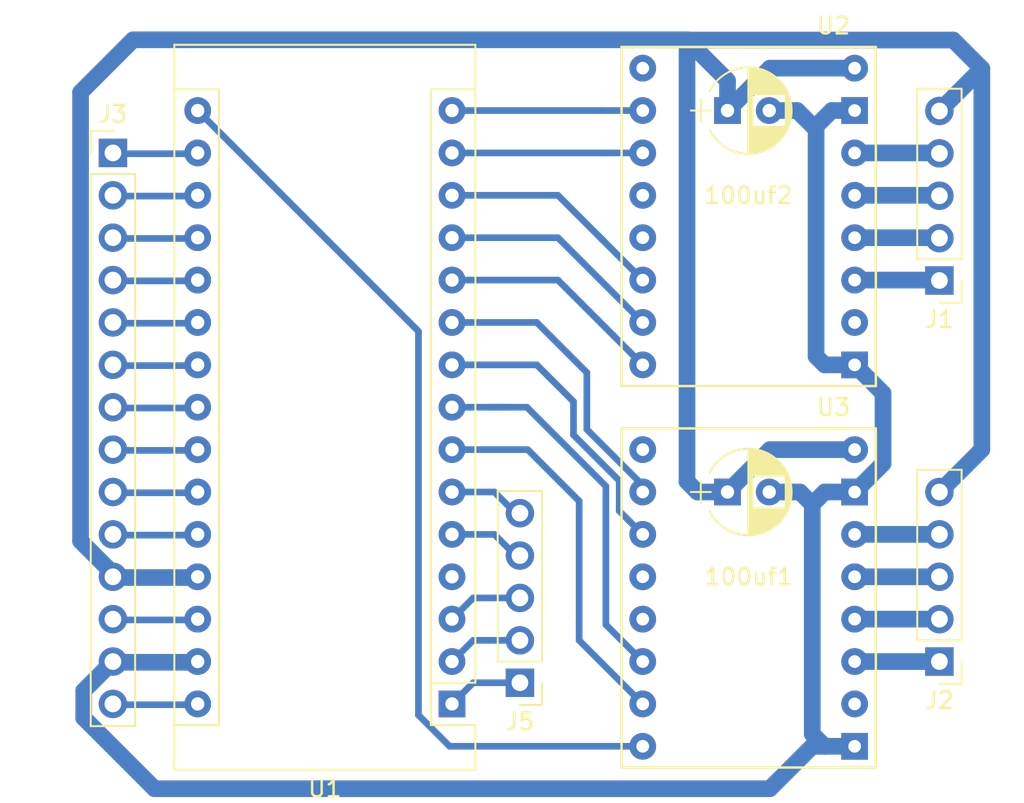
<source format=kicad_pcb>
(kicad_pcb (version 4) (host pcbnew 4.0.7)

  (general
    (links 49)
    (no_connects 3)
    (area 0 0 0 0)
    (thickness 1.6)
    (drawings 0)
    (tracks 138)
    (zones 0)
    (modules 9)
    (nets 47)
  )

  (page A4)
  (layers
    (0 F.Cu signal)
    (31 B.Cu signal)
    (32 B.Adhes user)
    (33 F.Adhes user)
    (34 B.Paste user)
    (35 F.Paste user)
    (36 B.SilkS user)
    (37 F.SilkS user)
    (38 B.Mask user)
    (39 F.Mask user)
    (40 Dwgs.User user)
    (41 Cmts.User user)
    (42 Eco1.User user)
    (43 Eco2.User user)
    (44 Edge.Cuts user)
    (45 Margin user)
    (46 B.CrtYd user)
    (47 F.CrtYd user)
    (48 B.Fab user)
    (49 F.Fab user)
  )

  (setup
    (last_trace_width 0.4)
    (user_trace_width 1)
    (trace_clearance 0.4)
    (zone_clearance 0.508)
    (zone_45_only no)
    (trace_min 0.2)
    (segment_width 0.2)
    (edge_width 0.1)
    (via_size 0.6)
    (via_drill 0.4)
    (via_min_size 0.4)
    (via_min_drill 0.3)
    (uvia_size 0.3)
    (uvia_drill 0.1)
    (uvias_allowed no)
    (uvia_min_size 0.2)
    (uvia_min_drill 0.1)
    (pcb_text_width 0.3)
    (pcb_text_size 1.5 1.5)
    (mod_edge_width 0.15)
    (mod_text_size 1 1)
    (mod_text_width 0.15)
    (pad_size 1.5 1.5)
    (pad_drill 0.6)
    (pad_to_mask_clearance 0)
    (aux_axis_origin 0 0)
    (visible_elements 7FFFFFFF)
    (pcbplotparams
      (layerselection 0x00030_80000001)
      (usegerberextensions false)
      (excludeedgelayer true)
      (linewidth 0.100000)
      (plotframeref false)
      (viasonmask false)
      (mode 1)
      (useauxorigin false)
      (hpglpennumber 1)
      (hpglpenspeed 20)
      (hpglpendiameter 15)
      (hpglpenoverlay 2)
      (psnegative false)
      (psa4output false)
      (plotreference true)
      (plotvalue true)
      (plotinvisibletext false)
      (padsonsilk false)
      (subtractmaskfromsilk false)
      (outputformat 1)
      (mirror false)
      (drillshape 1)
      (scaleselection 1)
      (outputdirectory ""))
  )

  (net 0 "")
  (net 1 /VMOT)
  (net 2 GND)
  (net 3 "Net-(J1-Pad1)")
  (net 4 "Net-(J1-Pad2)")
  (net 5 "Net-(J1-Pad3)")
  (net 6 "Net-(J1-Pad4)")
  (net 7 "Net-(J2-Pad1)")
  (net 8 "Net-(J2-Pad2)")
  (net 9 "Net-(J2-Pad3)")
  (net 10 "Net-(J2-Pad4)")
  (net 11 "Net-(U1-Pad7)")
  (net 12 "Net-(U1-Pad8)")
  (net 13 "Net-(U1-Pad9)")
  (net 14 "Net-(U1-Pad10)")
  (net 15 "Net-(U1-Pad12)")
  (net 16 "Net-(U1-Pad13)")
  (net 17 "Net-(U1-Pad14)")
  (net 18 "Net-(U1-Pad15)")
  (net 19 "Net-(U2-Pad1)")
  (net 20 "Net-(U2-Pad4)")
  (net 21 "Net-(U2-Pad5)")
  (net 22 "Net-(U2-Pad10)")
  (net 23 "Net-(U3-Pad1)")
  (net 24 "Net-(U3-Pad4)")
  (net 25 "Net-(U3-Pad5)")
  (net 26 "Net-(U3-Pad10)")
  (net 27 "Net-(J3-Pad1)")
  (net 28 "Net-(J3-Pad2)")
  (net 29 "Net-(J3-Pad3)")
  (net 30 "Net-(J5-Pad1)")
  (net 31 "Net-(J5-Pad2)")
  (net 32 "Net-(J3-Pad4)")
  (net 33 "Net-(J3-Pad5)")
  (net 34 "Net-(J3-Pad6)")
  (net 35 "Net-(J3-Pad7)")
  (net 36 "Net-(J3-Pad8)")
  (net 37 "Net-(J3-Pad9)")
  (net 38 "Net-(J3-Pad10)")
  (net 39 "Net-(J5-Pad3)")
  (net 40 "Net-(J5-Pad4)")
  (net 41 "Net-(J5-Pad5)")
  (net 42 "Net-(J3-Pad12)")
  (net 43 "Net-(J3-Pad14)")
  (net 44 "Net-(U1-Pad11)")
  (net 45 "Net-(U1-Pad16)")
  (net 46 "Net-(U1-Pad4)")

  (net_class Default "This is the default net class."
    (clearance 0.4)
    (trace_width 0.4)
    (via_dia 0.6)
    (via_drill 0.4)
    (uvia_dia 0.3)
    (uvia_drill 0.1)
    (add_net /VMOT)
    (add_net GND)
    (add_net "Net-(J1-Pad1)")
    (add_net "Net-(J1-Pad2)")
    (add_net "Net-(J1-Pad3)")
    (add_net "Net-(J1-Pad4)")
    (add_net "Net-(J2-Pad1)")
    (add_net "Net-(J2-Pad2)")
    (add_net "Net-(J2-Pad3)")
    (add_net "Net-(J2-Pad4)")
    (add_net "Net-(J3-Pad1)")
    (add_net "Net-(J3-Pad10)")
    (add_net "Net-(J3-Pad12)")
    (add_net "Net-(J3-Pad14)")
    (add_net "Net-(J3-Pad2)")
    (add_net "Net-(J3-Pad3)")
    (add_net "Net-(J3-Pad4)")
    (add_net "Net-(J3-Pad5)")
    (add_net "Net-(J3-Pad6)")
    (add_net "Net-(J3-Pad7)")
    (add_net "Net-(J3-Pad8)")
    (add_net "Net-(J3-Pad9)")
    (add_net "Net-(J5-Pad1)")
    (add_net "Net-(J5-Pad2)")
    (add_net "Net-(J5-Pad3)")
    (add_net "Net-(J5-Pad4)")
    (add_net "Net-(J5-Pad5)")
    (add_net "Net-(U1-Pad10)")
    (add_net "Net-(U1-Pad11)")
    (add_net "Net-(U1-Pad12)")
    (add_net "Net-(U1-Pad13)")
    (add_net "Net-(U1-Pad14)")
    (add_net "Net-(U1-Pad15)")
    (add_net "Net-(U1-Pad16)")
    (add_net "Net-(U1-Pad4)")
    (add_net "Net-(U1-Pad7)")
    (add_net "Net-(U1-Pad8)")
    (add_net "Net-(U1-Pad9)")
    (add_net "Net-(U2-Pad1)")
    (add_net "Net-(U2-Pad10)")
    (add_net "Net-(U2-Pad4)")
    (add_net "Net-(U2-Pad5)")
    (add_net "Net-(U3-Pad1)")
    (add_net "Net-(U3-Pad10)")
    (add_net "Net-(U3-Pad4)")
    (add_net "Net-(U3-Pad5)")
  )

  (module Modules:Arduino_Nano locked (layer F.Cu) (tedit 58ACAF70) (tstamp 5B5073F8)
    (at 48.26 64.77 180)
    (descr "Arduino Nano, http://www.mouser.com/pdfdocs/Gravitech_Arduino_Nano3_0.pdf")
    (tags "Arduino Nano")
    (path /5B3603A6)
    (fp_text reference U1 (at 7.62 -5.08 180) (layer F.SilkS)
      (effects (font (size 1 1) (thickness 0.15)))
    )
    (fp_text value ArduinoNano (at 8.89 19.05 270) (layer F.Fab)
      (effects (font (size 1 1) (thickness 0.15)))
    )
    (fp_text user %R (at 6.35 19.05 270) (layer F.Fab)
      (effects (font (size 1 1) (thickness 0.15)))
    )
    (fp_line (start 1.27 1.27) (end 1.27 -1.27) (layer F.SilkS) (width 0.12))
    (fp_line (start 1.27 -1.27) (end -1.4 -1.27) (layer F.SilkS) (width 0.12))
    (fp_line (start -1.4 1.27) (end -1.4 39.5) (layer F.SilkS) (width 0.12))
    (fp_line (start -1.4 -3.94) (end -1.4 -1.27) (layer F.SilkS) (width 0.12))
    (fp_line (start 13.97 -1.27) (end 16.64 -1.27) (layer F.SilkS) (width 0.12))
    (fp_line (start 13.97 -1.27) (end 13.97 36.83) (layer F.SilkS) (width 0.12))
    (fp_line (start 13.97 36.83) (end 16.64 36.83) (layer F.SilkS) (width 0.12))
    (fp_line (start 1.27 1.27) (end -1.4 1.27) (layer F.SilkS) (width 0.12))
    (fp_line (start 1.27 1.27) (end 1.27 36.83) (layer F.SilkS) (width 0.12))
    (fp_line (start 1.27 36.83) (end -1.4 36.83) (layer F.SilkS) (width 0.12))
    (fp_line (start 3.81 31.75) (end 11.43 31.75) (layer F.Fab) (width 0.1))
    (fp_line (start 11.43 31.75) (end 11.43 41.91) (layer F.Fab) (width 0.1))
    (fp_line (start 11.43 41.91) (end 3.81 41.91) (layer F.Fab) (width 0.1))
    (fp_line (start 3.81 41.91) (end 3.81 31.75) (layer F.Fab) (width 0.1))
    (fp_line (start -1.4 39.5) (end 16.64 39.5) (layer F.SilkS) (width 0.12))
    (fp_line (start 16.64 39.5) (end 16.64 -3.94) (layer F.SilkS) (width 0.12))
    (fp_line (start 16.64 -3.94) (end -1.4 -3.94) (layer F.SilkS) (width 0.12))
    (fp_line (start 16.51 39.37) (end -1.27 39.37) (layer F.Fab) (width 0.1))
    (fp_line (start -1.27 39.37) (end -1.27 -2.54) (layer F.Fab) (width 0.1))
    (fp_line (start -1.27 -2.54) (end 0 -3.81) (layer F.Fab) (width 0.1))
    (fp_line (start 0 -3.81) (end 16.51 -3.81) (layer F.Fab) (width 0.1))
    (fp_line (start 16.51 -3.81) (end 16.51 39.37) (layer F.Fab) (width 0.1))
    (fp_line (start -1.53 -4.06) (end 16.75 -4.06) (layer F.CrtYd) (width 0.05))
    (fp_line (start -1.53 -4.06) (end -1.53 42.16) (layer F.CrtYd) (width 0.05))
    (fp_line (start 16.75 42.16) (end 16.75 -4.06) (layer F.CrtYd) (width 0.05))
    (fp_line (start 16.75 42.16) (end -1.53 42.16) (layer F.CrtYd) (width 0.05))
    (pad 1 thru_hole rect (at 0 0 180) (size 1.6 1.6) (drill 0.8) (layers *.Cu *.Mask)
      (net 30 "Net-(J5-Pad1)"))
    (pad 17 thru_hole oval (at 15.24 33.02 180) (size 1.6 1.6) (drill 0.8) (layers *.Cu *.Mask)
      (net 27 "Net-(J3-Pad1)"))
    (pad 2 thru_hole oval (at 0 2.54 180) (size 1.6 1.6) (drill 0.8) (layers *.Cu *.Mask)
      (net 31 "Net-(J5-Pad2)"))
    (pad 18 thru_hole oval (at 15.24 30.48 180) (size 1.6 1.6) (drill 0.8) (layers *.Cu *.Mask)
      (net 28 "Net-(J3-Pad2)"))
    (pad 3 thru_hole oval (at 0 5.08 180) (size 1.6 1.6) (drill 0.8) (layers *.Cu *.Mask)
      (net 39 "Net-(J5-Pad3)"))
    (pad 19 thru_hole oval (at 15.24 27.94 180) (size 1.6 1.6) (drill 0.8) (layers *.Cu *.Mask)
      (net 29 "Net-(J3-Pad3)"))
    (pad 4 thru_hole oval (at 0 7.62 180) (size 1.6 1.6) (drill 0.8) (layers *.Cu *.Mask)
      (net 46 "Net-(U1-Pad4)"))
    (pad 20 thru_hole oval (at 15.24 25.4 180) (size 1.6 1.6) (drill 0.8) (layers *.Cu *.Mask)
      (net 32 "Net-(J3-Pad4)"))
    (pad 5 thru_hole oval (at 0 10.16 180) (size 1.6 1.6) (drill 0.8) (layers *.Cu *.Mask)
      (net 40 "Net-(J5-Pad4)"))
    (pad 21 thru_hole oval (at 15.24 22.86 180) (size 1.6 1.6) (drill 0.8) (layers *.Cu *.Mask)
      (net 33 "Net-(J3-Pad5)"))
    (pad 6 thru_hole oval (at 0 12.7 180) (size 1.6 1.6) (drill 0.8) (layers *.Cu *.Mask)
      (net 41 "Net-(J5-Pad5)"))
    (pad 22 thru_hole oval (at 15.24 20.32 180) (size 1.6 1.6) (drill 0.8) (layers *.Cu *.Mask)
      (net 34 "Net-(J3-Pad6)"))
    (pad 7 thru_hole oval (at 0 15.24 180) (size 1.6 1.6) (drill 0.8) (layers *.Cu *.Mask)
      (net 11 "Net-(U1-Pad7)"))
    (pad 23 thru_hole oval (at 15.24 17.78 180) (size 1.6 1.6) (drill 0.8) (layers *.Cu *.Mask)
      (net 35 "Net-(J3-Pad7)"))
    (pad 8 thru_hole oval (at 0 17.78 180) (size 1.6 1.6) (drill 0.8) (layers *.Cu *.Mask)
      (net 12 "Net-(U1-Pad8)"))
    (pad 24 thru_hole oval (at 15.24 15.24 180) (size 1.6 1.6) (drill 0.8) (layers *.Cu *.Mask)
      (net 36 "Net-(J3-Pad8)"))
    (pad 9 thru_hole oval (at 0 20.32 180) (size 1.6 1.6) (drill 0.8) (layers *.Cu *.Mask)
      (net 13 "Net-(U1-Pad9)"))
    (pad 25 thru_hole oval (at 15.24 12.7 180) (size 1.6 1.6) (drill 0.8) (layers *.Cu *.Mask)
      (net 37 "Net-(J3-Pad9)"))
    (pad 10 thru_hole oval (at 0 22.86 180) (size 1.6 1.6) (drill 0.8) (layers *.Cu *.Mask)
      (net 14 "Net-(U1-Pad10)"))
    (pad 26 thru_hole oval (at 15.24 10.16 180) (size 1.6 1.6) (drill 0.8) (layers *.Cu *.Mask)
      (net 38 "Net-(J3-Pad10)"))
    (pad 11 thru_hole oval (at 0 25.4 180) (size 1.6 1.6) (drill 0.8) (layers *.Cu *.Mask)
      (net 44 "Net-(U1-Pad11)"))
    (pad 27 thru_hole oval (at 15.24 7.62 180) (size 1.6 1.6) (drill 0.8) (layers *.Cu *.Mask)
      (net 1 /VMOT))
    (pad 12 thru_hole oval (at 0 27.94 180) (size 1.6 1.6) (drill 0.8) (layers *.Cu *.Mask)
      (net 15 "Net-(U1-Pad12)"))
    (pad 28 thru_hole oval (at 15.24 5.08 180) (size 1.6 1.6) (drill 0.8) (layers *.Cu *.Mask)
      (net 42 "Net-(J3-Pad12)"))
    (pad 13 thru_hole oval (at 0 30.48 180) (size 1.6 1.6) (drill 0.8) (layers *.Cu *.Mask)
      (net 16 "Net-(U1-Pad13)"))
    (pad 29 thru_hole oval (at 15.24 2.54 180) (size 1.6 1.6) (drill 0.8) (layers *.Cu *.Mask)
      (net 2 GND))
    (pad 14 thru_hole oval (at 0 33.02 180) (size 1.6 1.6) (drill 0.8) (layers *.Cu *.Mask)
      (net 17 "Net-(U1-Pad14)"))
    (pad 30 thru_hole oval (at 15.24 0 180) (size 1.6 1.6) (drill 0.8) (layers *.Cu *.Mask)
      (net 43 "Net-(J3-Pad14)"))
    (pad 15 thru_hole oval (at 0 35.56 180) (size 1.6 1.6) (drill 0.8) (layers *.Cu *.Mask)
      (net 18 "Net-(U1-Pad15)"))
    (pad 16 thru_hole oval (at 15.24 35.56 180) (size 1.6 1.6) (drill 0.8) (layers *.Cu *.Mask)
      (net 45 "Net-(U1-Pad16)"))
  )

  (module Capacitors_THT:CP_Radial_D5.0mm_P2.50mm (layer F.Cu) (tedit 597BC7C2) (tstamp 5B5072E5)
    (at 64.77 52.07)
    (descr "CP, Radial series, Radial, pin pitch=2.50mm, , diameter=5mm, Electrolytic Capacitor")
    (tags "CP Radial series Radial pin pitch 2.50mm  diameter 5mm Electrolytic Capacitor")
    (path /5B360C92)
    (fp_text reference 100uf1 (at 1.27 5.08) (layer F.SilkS)
      (effects (font (size 1 1) (thickness 0.15)))
    )
    (fp_text value CP1 (at 1.25 3.81) (layer F.Fab)
      (effects (font (size 1 1) (thickness 0.15)))
    )
    (fp_arc (start 1.25 0) (end -1.05558 -1.18) (angle 125.8) (layer F.SilkS) (width 0.12))
    (fp_arc (start 1.25 0) (end -1.05558 1.18) (angle -125.8) (layer F.SilkS) (width 0.12))
    (fp_arc (start 1.25 0) (end 3.55558 -1.18) (angle 54.2) (layer F.SilkS) (width 0.12))
    (fp_circle (center 1.25 0) (end 3.75 0) (layer F.Fab) (width 0.1))
    (fp_line (start -2.2 0) (end -1 0) (layer F.Fab) (width 0.1))
    (fp_line (start -1.6 -0.65) (end -1.6 0.65) (layer F.Fab) (width 0.1))
    (fp_line (start 1.25 -2.55) (end 1.25 2.55) (layer F.SilkS) (width 0.12))
    (fp_line (start 1.29 -2.55) (end 1.29 2.55) (layer F.SilkS) (width 0.12))
    (fp_line (start 1.33 -2.549) (end 1.33 2.549) (layer F.SilkS) (width 0.12))
    (fp_line (start 1.37 -2.548) (end 1.37 2.548) (layer F.SilkS) (width 0.12))
    (fp_line (start 1.41 -2.546) (end 1.41 2.546) (layer F.SilkS) (width 0.12))
    (fp_line (start 1.45 -2.543) (end 1.45 2.543) (layer F.SilkS) (width 0.12))
    (fp_line (start 1.49 -2.539) (end 1.49 2.539) (layer F.SilkS) (width 0.12))
    (fp_line (start 1.53 -2.535) (end 1.53 -0.98) (layer F.SilkS) (width 0.12))
    (fp_line (start 1.53 0.98) (end 1.53 2.535) (layer F.SilkS) (width 0.12))
    (fp_line (start 1.57 -2.531) (end 1.57 -0.98) (layer F.SilkS) (width 0.12))
    (fp_line (start 1.57 0.98) (end 1.57 2.531) (layer F.SilkS) (width 0.12))
    (fp_line (start 1.61 -2.525) (end 1.61 -0.98) (layer F.SilkS) (width 0.12))
    (fp_line (start 1.61 0.98) (end 1.61 2.525) (layer F.SilkS) (width 0.12))
    (fp_line (start 1.65 -2.519) (end 1.65 -0.98) (layer F.SilkS) (width 0.12))
    (fp_line (start 1.65 0.98) (end 1.65 2.519) (layer F.SilkS) (width 0.12))
    (fp_line (start 1.69 -2.513) (end 1.69 -0.98) (layer F.SilkS) (width 0.12))
    (fp_line (start 1.69 0.98) (end 1.69 2.513) (layer F.SilkS) (width 0.12))
    (fp_line (start 1.73 -2.506) (end 1.73 -0.98) (layer F.SilkS) (width 0.12))
    (fp_line (start 1.73 0.98) (end 1.73 2.506) (layer F.SilkS) (width 0.12))
    (fp_line (start 1.77 -2.498) (end 1.77 -0.98) (layer F.SilkS) (width 0.12))
    (fp_line (start 1.77 0.98) (end 1.77 2.498) (layer F.SilkS) (width 0.12))
    (fp_line (start 1.81 -2.489) (end 1.81 -0.98) (layer F.SilkS) (width 0.12))
    (fp_line (start 1.81 0.98) (end 1.81 2.489) (layer F.SilkS) (width 0.12))
    (fp_line (start 1.85 -2.48) (end 1.85 -0.98) (layer F.SilkS) (width 0.12))
    (fp_line (start 1.85 0.98) (end 1.85 2.48) (layer F.SilkS) (width 0.12))
    (fp_line (start 1.89 -2.47) (end 1.89 -0.98) (layer F.SilkS) (width 0.12))
    (fp_line (start 1.89 0.98) (end 1.89 2.47) (layer F.SilkS) (width 0.12))
    (fp_line (start 1.93 -2.46) (end 1.93 -0.98) (layer F.SilkS) (width 0.12))
    (fp_line (start 1.93 0.98) (end 1.93 2.46) (layer F.SilkS) (width 0.12))
    (fp_line (start 1.971 -2.448) (end 1.971 -0.98) (layer F.SilkS) (width 0.12))
    (fp_line (start 1.971 0.98) (end 1.971 2.448) (layer F.SilkS) (width 0.12))
    (fp_line (start 2.011 -2.436) (end 2.011 -0.98) (layer F.SilkS) (width 0.12))
    (fp_line (start 2.011 0.98) (end 2.011 2.436) (layer F.SilkS) (width 0.12))
    (fp_line (start 2.051 -2.424) (end 2.051 -0.98) (layer F.SilkS) (width 0.12))
    (fp_line (start 2.051 0.98) (end 2.051 2.424) (layer F.SilkS) (width 0.12))
    (fp_line (start 2.091 -2.41) (end 2.091 -0.98) (layer F.SilkS) (width 0.12))
    (fp_line (start 2.091 0.98) (end 2.091 2.41) (layer F.SilkS) (width 0.12))
    (fp_line (start 2.131 -2.396) (end 2.131 -0.98) (layer F.SilkS) (width 0.12))
    (fp_line (start 2.131 0.98) (end 2.131 2.396) (layer F.SilkS) (width 0.12))
    (fp_line (start 2.171 -2.382) (end 2.171 -0.98) (layer F.SilkS) (width 0.12))
    (fp_line (start 2.171 0.98) (end 2.171 2.382) (layer F.SilkS) (width 0.12))
    (fp_line (start 2.211 -2.366) (end 2.211 -0.98) (layer F.SilkS) (width 0.12))
    (fp_line (start 2.211 0.98) (end 2.211 2.366) (layer F.SilkS) (width 0.12))
    (fp_line (start 2.251 -2.35) (end 2.251 -0.98) (layer F.SilkS) (width 0.12))
    (fp_line (start 2.251 0.98) (end 2.251 2.35) (layer F.SilkS) (width 0.12))
    (fp_line (start 2.291 -2.333) (end 2.291 -0.98) (layer F.SilkS) (width 0.12))
    (fp_line (start 2.291 0.98) (end 2.291 2.333) (layer F.SilkS) (width 0.12))
    (fp_line (start 2.331 -2.315) (end 2.331 -0.98) (layer F.SilkS) (width 0.12))
    (fp_line (start 2.331 0.98) (end 2.331 2.315) (layer F.SilkS) (width 0.12))
    (fp_line (start 2.371 -2.296) (end 2.371 -0.98) (layer F.SilkS) (width 0.12))
    (fp_line (start 2.371 0.98) (end 2.371 2.296) (layer F.SilkS) (width 0.12))
    (fp_line (start 2.411 -2.276) (end 2.411 -0.98) (layer F.SilkS) (width 0.12))
    (fp_line (start 2.411 0.98) (end 2.411 2.276) (layer F.SilkS) (width 0.12))
    (fp_line (start 2.451 -2.256) (end 2.451 -0.98) (layer F.SilkS) (width 0.12))
    (fp_line (start 2.451 0.98) (end 2.451 2.256) (layer F.SilkS) (width 0.12))
    (fp_line (start 2.491 -2.234) (end 2.491 -0.98) (layer F.SilkS) (width 0.12))
    (fp_line (start 2.491 0.98) (end 2.491 2.234) (layer F.SilkS) (width 0.12))
    (fp_line (start 2.531 -2.212) (end 2.531 -0.98) (layer F.SilkS) (width 0.12))
    (fp_line (start 2.531 0.98) (end 2.531 2.212) (layer F.SilkS) (width 0.12))
    (fp_line (start 2.571 -2.189) (end 2.571 -0.98) (layer F.SilkS) (width 0.12))
    (fp_line (start 2.571 0.98) (end 2.571 2.189) (layer F.SilkS) (width 0.12))
    (fp_line (start 2.611 -2.165) (end 2.611 -0.98) (layer F.SilkS) (width 0.12))
    (fp_line (start 2.611 0.98) (end 2.611 2.165) (layer F.SilkS) (width 0.12))
    (fp_line (start 2.651 -2.14) (end 2.651 -0.98) (layer F.SilkS) (width 0.12))
    (fp_line (start 2.651 0.98) (end 2.651 2.14) (layer F.SilkS) (width 0.12))
    (fp_line (start 2.691 -2.113) (end 2.691 -0.98) (layer F.SilkS) (width 0.12))
    (fp_line (start 2.691 0.98) (end 2.691 2.113) (layer F.SilkS) (width 0.12))
    (fp_line (start 2.731 -2.086) (end 2.731 -0.98) (layer F.SilkS) (width 0.12))
    (fp_line (start 2.731 0.98) (end 2.731 2.086) (layer F.SilkS) (width 0.12))
    (fp_line (start 2.771 -2.058) (end 2.771 -0.98) (layer F.SilkS) (width 0.12))
    (fp_line (start 2.771 0.98) (end 2.771 2.058) (layer F.SilkS) (width 0.12))
    (fp_line (start 2.811 -2.028) (end 2.811 -0.98) (layer F.SilkS) (width 0.12))
    (fp_line (start 2.811 0.98) (end 2.811 2.028) (layer F.SilkS) (width 0.12))
    (fp_line (start 2.851 -1.997) (end 2.851 -0.98) (layer F.SilkS) (width 0.12))
    (fp_line (start 2.851 0.98) (end 2.851 1.997) (layer F.SilkS) (width 0.12))
    (fp_line (start 2.891 -1.965) (end 2.891 -0.98) (layer F.SilkS) (width 0.12))
    (fp_line (start 2.891 0.98) (end 2.891 1.965) (layer F.SilkS) (width 0.12))
    (fp_line (start 2.931 -1.932) (end 2.931 -0.98) (layer F.SilkS) (width 0.12))
    (fp_line (start 2.931 0.98) (end 2.931 1.932) (layer F.SilkS) (width 0.12))
    (fp_line (start 2.971 -1.897) (end 2.971 -0.98) (layer F.SilkS) (width 0.12))
    (fp_line (start 2.971 0.98) (end 2.971 1.897) (layer F.SilkS) (width 0.12))
    (fp_line (start 3.011 -1.861) (end 3.011 -0.98) (layer F.SilkS) (width 0.12))
    (fp_line (start 3.011 0.98) (end 3.011 1.861) (layer F.SilkS) (width 0.12))
    (fp_line (start 3.051 -1.823) (end 3.051 -0.98) (layer F.SilkS) (width 0.12))
    (fp_line (start 3.051 0.98) (end 3.051 1.823) (layer F.SilkS) (width 0.12))
    (fp_line (start 3.091 -1.783) (end 3.091 -0.98) (layer F.SilkS) (width 0.12))
    (fp_line (start 3.091 0.98) (end 3.091 1.783) (layer F.SilkS) (width 0.12))
    (fp_line (start 3.131 -1.742) (end 3.131 -0.98) (layer F.SilkS) (width 0.12))
    (fp_line (start 3.131 0.98) (end 3.131 1.742) (layer F.SilkS) (width 0.12))
    (fp_line (start 3.171 -1.699) (end 3.171 -0.98) (layer F.SilkS) (width 0.12))
    (fp_line (start 3.171 0.98) (end 3.171 1.699) (layer F.SilkS) (width 0.12))
    (fp_line (start 3.211 -1.654) (end 3.211 -0.98) (layer F.SilkS) (width 0.12))
    (fp_line (start 3.211 0.98) (end 3.211 1.654) (layer F.SilkS) (width 0.12))
    (fp_line (start 3.251 -1.606) (end 3.251 -0.98) (layer F.SilkS) (width 0.12))
    (fp_line (start 3.251 0.98) (end 3.251 1.606) (layer F.SilkS) (width 0.12))
    (fp_line (start 3.291 -1.556) (end 3.291 -0.98) (layer F.SilkS) (width 0.12))
    (fp_line (start 3.291 0.98) (end 3.291 1.556) (layer F.SilkS) (width 0.12))
    (fp_line (start 3.331 -1.504) (end 3.331 -0.98) (layer F.SilkS) (width 0.12))
    (fp_line (start 3.331 0.98) (end 3.331 1.504) (layer F.SilkS) (width 0.12))
    (fp_line (start 3.371 -1.448) (end 3.371 -0.98) (layer F.SilkS) (width 0.12))
    (fp_line (start 3.371 0.98) (end 3.371 1.448) (layer F.SilkS) (width 0.12))
    (fp_line (start 3.411 -1.39) (end 3.411 -0.98) (layer F.SilkS) (width 0.12))
    (fp_line (start 3.411 0.98) (end 3.411 1.39) (layer F.SilkS) (width 0.12))
    (fp_line (start 3.451 -1.327) (end 3.451 -0.98) (layer F.SilkS) (width 0.12))
    (fp_line (start 3.451 0.98) (end 3.451 1.327) (layer F.SilkS) (width 0.12))
    (fp_line (start 3.491 -1.261) (end 3.491 1.261) (layer F.SilkS) (width 0.12))
    (fp_line (start 3.531 -1.189) (end 3.531 1.189) (layer F.SilkS) (width 0.12))
    (fp_line (start 3.571 -1.112) (end 3.571 1.112) (layer F.SilkS) (width 0.12))
    (fp_line (start 3.611 -1.028) (end 3.611 1.028) (layer F.SilkS) (width 0.12))
    (fp_line (start 3.651 -0.934) (end 3.651 0.934) (layer F.SilkS) (width 0.12))
    (fp_line (start 3.691 -0.829) (end 3.691 0.829) (layer F.SilkS) (width 0.12))
    (fp_line (start 3.731 -0.707) (end 3.731 0.707) (layer F.SilkS) (width 0.12))
    (fp_line (start 3.771 -0.559) (end 3.771 0.559) (layer F.SilkS) (width 0.12))
    (fp_line (start 3.811 -0.354) (end 3.811 0.354) (layer F.SilkS) (width 0.12))
    (fp_line (start -2.2 0) (end -1 0) (layer F.SilkS) (width 0.12))
    (fp_line (start -1.6 -0.65) (end -1.6 0.65) (layer F.SilkS) (width 0.12))
    (fp_line (start -1.6 -2.85) (end -1.6 2.85) (layer F.CrtYd) (width 0.05))
    (fp_line (start -1.6 2.85) (end 4.1 2.85) (layer F.CrtYd) (width 0.05))
    (fp_line (start 4.1 2.85) (end 4.1 -2.85) (layer F.CrtYd) (width 0.05))
    (fp_line (start 4.1 -2.85) (end -1.6 -2.85) (layer F.CrtYd) (width 0.05))
    (fp_text user %R (at 1.25 0) (layer F.Fab)
      (effects (font (size 1 1) (thickness 0.15)))
    )
    (pad 1 thru_hole rect (at 0 0) (size 1.6 1.6) (drill 0.8) (layers *.Cu *.Mask)
      (net 1 /VMOT))
    (pad 2 thru_hole circle (at 2.5 0) (size 1.6 1.6) (drill 0.8) (layers *.Cu *.Mask)
      (net 2 GND))
    (model ${KISYS3DMOD}/Capacitors_THT.3dshapes/CP_Radial_D5.0mm_P2.50mm.wrl
      (at (xyz 0 0 0))
      (scale (xyz 1 1 1))
      (rotate (xyz 0 0 0))
    )
  )

  (module Capacitors_THT:CP_Radial_D5.0mm_P2.50mm (layer F.Cu) (tedit 597BC7C2) (tstamp 5B50736A)
    (at 64.77 29.21)
    (descr "CP, Radial series, Radial, pin pitch=2.50mm, , diameter=5mm, Electrolytic Capacitor")
    (tags "CP Radial series Radial pin pitch 2.50mm  diameter 5mm Electrolytic Capacitor")
    (path /5B360D13)
    (fp_text reference 100uf2 (at 1.25 5.08) (layer F.SilkS)
      (effects (font (size 1 1) (thickness 0.15)))
    )
    (fp_text value CP1 (at 1.25 3.81) (layer F.Fab)
      (effects (font (size 1 1) (thickness 0.15)))
    )
    (fp_arc (start 1.25 0) (end -1.05558 -1.18) (angle 125.8) (layer F.SilkS) (width 0.12))
    (fp_arc (start 1.25 0) (end -1.05558 1.18) (angle -125.8) (layer F.SilkS) (width 0.12))
    (fp_arc (start 1.25 0) (end 3.55558 -1.18) (angle 54.2) (layer F.SilkS) (width 0.12))
    (fp_circle (center 1.25 0) (end 3.75 0) (layer F.Fab) (width 0.1))
    (fp_line (start -2.2 0) (end -1 0) (layer F.Fab) (width 0.1))
    (fp_line (start -1.6 -0.65) (end -1.6 0.65) (layer F.Fab) (width 0.1))
    (fp_line (start 1.25 -2.55) (end 1.25 2.55) (layer F.SilkS) (width 0.12))
    (fp_line (start 1.29 -2.55) (end 1.29 2.55) (layer F.SilkS) (width 0.12))
    (fp_line (start 1.33 -2.549) (end 1.33 2.549) (layer F.SilkS) (width 0.12))
    (fp_line (start 1.37 -2.548) (end 1.37 2.548) (layer F.SilkS) (width 0.12))
    (fp_line (start 1.41 -2.546) (end 1.41 2.546) (layer F.SilkS) (width 0.12))
    (fp_line (start 1.45 -2.543) (end 1.45 2.543) (layer F.SilkS) (width 0.12))
    (fp_line (start 1.49 -2.539) (end 1.49 2.539) (layer F.SilkS) (width 0.12))
    (fp_line (start 1.53 -2.535) (end 1.53 -0.98) (layer F.SilkS) (width 0.12))
    (fp_line (start 1.53 0.98) (end 1.53 2.535) (layer F.SilkS) (width 0.12))
    (fp_line (start 1.57 -2.531) (end 1.57 -0.98) (layer F.SilkS) (width 0.12))
    (fp_line (start 1.57 0.98) (end 1.57 2.531) (layer F.SilkS) (width 0.12))
    (fp_line (start 1.61 -2.525) (end 1.61 -0.98) (layer F.SilkS) (width 0.12))
    (fp_line (start 1.61 0.98) (end 1.61 2.525) (layer F.SilkS) (width 0.12))
    (fp_line (start 1.65 -2.519) (end 1.65 -0.98) (layer F.SilkS) (width 0.12))
    (fp_line (start 1.65 0.98) (end 1.65 2.519) (layer F.SilkS) (width 0.12))
    (fp_line (start 1.69 -2.513) (end 1.69 -0.98) (layer F.SilkS) (width 0.12))
    (fp_line (start 1.69 0.98) (end 1.69 2.513) (layer F.SilkS) (width 0.12))
    (fp_line (start 1.73 -2.506) (end 1.73 -0.98) (layer F.SilkS) (width 0.12))
    (fp_line (start 1.73 0.98) (end 1.73 2.506) (layer F.SilkS) (width 0.12))
    (fp_line (start 1.77 -2.498) (end 1.77 -0.98) (layer F.SilkS) (width 0.12))
    (fp_line (start 1.77 0.98) (end 1.77 2.498) (layer F.SilkS) (width 0.12))
    (fp_line (start 1.81 -2.489) (end 1.81 -0.98) (layer F.SilkS) (width 0.12))
    (fp_line (start 1.81 0.98) (end 1.81 2.489) (layer F.SilkS) (width 0.12))
    (fp_line (start 1.85 -2.48) (end 1.85 -0.98) (layer F.SilkS) (width 0.12))
    (fp_line (start 1.85 0.98) (end 1.85 2.48) (layer F.SilkS) (width 0.12))
    (fp_line (start 1.89 -2.47) (end 1.89 -0.98) (layer F.SilkS) (width 0.12))
    (fp_line (start 1.89 0.98) (end 1.89 2.47) (layer F.SilkS) (width 0.12))
    (fp_line (start 1.93 -2.46) (end 1.93 -0.98) (layer F.SilkS) (width 0.12))
    (fp_line (start 1.93 0.98) (end 1.93 2.46) (layer F.SilkS) (width 0.12))
    (fp_line (start 1.971 -2.448) (end 1.971 -0.98) (layer F.SilkS) (width 0.12))
    (fp_line (start 1.971 0.98) (end 1.971 2.448) (layer F.SilkS) (width 0.12))
    (fp_line (start 2.011 -2.436) (end 2.011 -0.98) (layer F.SilkS) (width 0.12))
    (fp_line (start 2.011 0.98) (end 2.011 2.436) (layer F.SilkS) (width 0.12))
    (fp_line (start 2.051 -2.424) (end 2.051 -0.98) (layer F.SilkS) (width 0.12))
    (fp_line (start 2.051 0.98) (end 2.051 2.424) (layer F.SilkS) (width 0.12))
    (fp_line (start 2.091 -2.41) (end 2.091 -0.98) (layer F.SilkS) (width 0.12))
    (fp_line (start 2.091 0.98) (end 2.091 2.41) (layer F.SilkS) (width 0.12))
    (fp_line (start 2.131 -2.396) (end 2.131 -0.98) (layer F.SilkS) (width 0.12))
    (fp_line (start 2.131 0.98) (end 2.131 2.396) (layer F.SilkS) (width 0.12))
    (fp_line (start 2.171 -2.382) (end 2.171 -0.98) (layer F.SilkS) (width 0.12))
    (fp_line (start 2.171 0.98) (end 2.171 2.382) (layer F.SilkS) (width 0.12))
    (fp_line (start 2.211 -2.366) (end 2.211 -0.98) (layer F.SilkS) (width 0.12))
    (fp_line (start 2.211 0.98) (end 2.211 2.366) (layer F.SilkS) (width 0.12))
    (fp_line (start 2.251 -2.35) (end 2.251 -0.98) (layer F.SilkS) (width 0.12))
    (fp_line (start 2.251 0.98) (end 2.251 2.35) (layer F.SilkS) (width 0.12))
    (fp_line (start 2.291 -2.333) (end 2.291 -0.98) (layer F.SilkS) (width 0.12))
    (fp_line (start 2.291 0.98) (end 2.291 2.333) (layer F.SilkS) (width 0.12))
    (fp_line (start 2.331 -2.315) (end 2.331 -0.98) (layer F.SilkS) (width 0.12))
    (fp_line (start 2.331 0.98) (end 2.331 2.315) (layer F.SilkS) (width 0.12))
    (fp_line (start 2.371 -2.296) (end 2.371 -0.98) (layer F.SilkS) (width 0.12))
    (fp_line (start 2.371 0.98) (end 2.371 2.296) (layer F.SilkS) (width 0.12))
    (fp_line (start 2.411 -2.276) (end 2.411 -0.98) (layer F.SilkS) (width 0.12))
    (fp_line (start 2.411 0.98) (end 2.411 2.276) (layer F.SilkS) (width 0.12))
    (fp_line (start 2.451 -2.256) (end 2.451 -0.98) (layer F.SilkS) (width 0.12))
    (fp_line (start 2.451 0.98) (end 2.451 2.256) (layer F.SilkS) (width 0.12))
    (fp_line (start 2.491 -2.234) (end 2.491 -0.98) (layer F.SilkS) (width 0.12))
    (fp_line (start 2.491 0.98) (end 2.491 2.234) (layer F.SilkS) (width 0.12))
    (fp_line (start 2.531 -2.212) (end 2.531 -0.98) (layer F.SilkS) (width 0.12))
    (fp_line (start 2.531 0.98) (end 2.531 2.212) (layer F.SilkS) (width 0.12))
    (fp_line (start 2.571 -2.189) (end 2.571 -0.98) (layer F.SilkS) (width 0.12))
    (fp_line (start 2.571 0.98) (end 2.571 2.189) (layer F.SilkS) (width 0.12))
    (fp_line (start 2.611 -2.165) (end 2.611 -0.98) (layer F.SilkS) (width 0.12))
    (fp_line (start 2.611 0.98) (end 2.611 2.165) (layer F.SilkS) (width 0.12))
    (fp_line (start 2.651 -2.14) (end 2.651 -0.98) (layer F.SilkS) (width 0.12))
    (fp_line (start 2.651 0.98) (end 2.651 2.14) (layer F.SilkS) (width 0.12))
    (fp_line (start 2.691 -2.113) (end 2.691 -0.98) (layer F.SilkS) (width 0.12))
    (fp_line (start 2.691 0.98) (end 2.691 2.113) (layer F.SilkS) (width 0.12))
    (fp_line (start 2.731 -2.086) (end 2.731 -0.98) (layer F.SilkS) (width 0.12))
    (fp_line (start 2.731 0.98) (end 2.731 2.086) (layer F.SilkS) (width 0.12))
    (fp_line (start 2.771 -2.058) (end 2.771 -0.98) (layer F.SilkS) (width 0.12))
    (fp_line (start 2.771 0.98) (end 2.771 2.058) (layer F.SilkS) (width 0.12))
    (fp_line (start 2.811 -2.028) (end 2.811 -0.98) (layer F.SilkS) (width 0.12))
    (fp_line (start 2.811 0.98) (end 2.811 2.028) (layer F.SilkS) (width 0.12))
    (fp_line (start 2.851 -1.997) (end 2.851 -0.98) (layer F.SilkS) (width 0.12))
    (fp_line (start 2.851 0.98) (end 2.851 1.997) (layer F.SilkS) (width 0.12))
    (fp_line (start 2.891 -1.965) (end 2.891 -0.98) (layer F.SilkS) (width 0.12))
    (fp_line (start 2.891 0.98) (end 2.891 1.965) (layer F.SilkS) (width 0.12))
    (fp_line (start 2.931 -1.932) (end 2.931 -0.98) (layer F.SilkS) (width 0.12))
    (fp_line (start 2.931 0.98) (end 2.931 1.932) (layer F.SilkS) (width 0.12))
    (fp_line (start 2.971 -1.897) (end 2.971 -0.98) (layer F.SilkS) (width 0.12))
    (fp_line (start 2.971 0.98) (end 2.971 1.897) (layer F.SilkS) (width 0.12))
    (fp_line (start 3.011 -1.861) (end 3.011 -0.98) (layer F.SilkS) (width 0.12))
    (fp_line (start 3.011 0.98) (end 3.011 1.861) (layer F.SilkS) (width 0.12))
    (fp_line (start 3.051 -1.823) (end 3.051 -0.98) (layer F.SilkS) (width 0.12))
    (fp_line (start 3.051 0.98) (end 3.051 1.823) (layer F.SilkS) (width 0.12))
    (fp_line (start 3.091 -1.783) (end 3.091 -0.98) (layer F.SilkS) (width 0.12))
    (fp_line (start 3.091 0.98) (end 3.091 1.783) (layer F.SilkS) (width 0.12))
    (fp_line (start 3.131 -1.742) (end 3.131 -0.98) (layer F.SilkS) (width 0.12))
    (fp_line (start 3.131 0.98) (end 3.131 1.742) (layer F.SilkS) (width 0.12))
    (fp_line (start 3.171 -1.699) (end 3.171 -0.98) (layer F.SilkS) (width 0.12))
    (fp_line (start 3.171 0.98) (end 3.171 1.699) (layer F.SilkS) (width 0.12))
    (fp_line (start 3.211 -1.654) (end 3.211 -0.98) (layer F.SilkS) (width 0.12))
    (fp_line (start 3.211 0.98) (end 3.211 1.654) (layer F.SilkS) (width 0.12))
    (fp_line (start 3.251 -1.606) (end 3.251 -0.98) (layer F.SilkS) (width 0.12))
    (fp_line (start 3.251 0.98) (end 3.251 1.606) (layer F.SilkS) (width 0.12))
    (fp_line (start 3.291 -1.556) (end 3.291 -0.98) (layer F.SilkS) (width 0.12))
    (fp_line (start 3.291 0.98) (end 3.291 1.556) (layer F.SilkS) (width 0.12))
    (fp_line (start 3.331 -1.504) (end 3.331 -0.98) (layer F.SilkS) (width 0.12))
    (fp_line (start 3.331 0.98) (end 3.331 1.504) (layer F.SilkS) (width 0.12))
    (fp_line (start 3.371 -1.448) (end 3.371 -0.98) (layer F.SilkS) (width 0.12))
    (fp_line (start 3.371 0.98) (end 3.371 1.448) (layer F.SilkS) (width 0.12))
    (fp_line (start 3.411 -1.39) (end 3.411 -0.98) (layer F.SilkS) (width 0.12))
    (fp_line (start 3.411 0.98) (end 3.411 1.39) (layer F.SilkS) (width 0.12))
    (fp_line (start 3.451 -1.327) (end 3.451 -0.98) (layer F.SilkS) (width 0.12))
    (fp_line (start 3.451 0.98) (end 3.451 1.327) (layer F.SilkS) (width 0.12))
    (fp_line (start 3.491 -1.261) (end 3.491 1.261) (layer F.SilkS) (width 0.12))
    (fp_line (start 3.531 -1.189) (end 3.531 1.189) (layer F.SilkS) (width 0.12))
    (fp_line (start 3.571 -1.112) (end 3.571 1.112) (layer F.SilkS) (width 0.12))
    (fp_line (start 3.611 -1.028) (end 3.611 1.028) (layer F.SilkS) (width 0.12))
    (fp_line (start 3.651 -0.934) (end 3.651 0.934) (layer F.SilkS) (width 0.12))
    (fp_line (start 3.691 -0.829) (end 3.691 0.829) (layer F.SilkS) (width 0.12))
    (fp_line (start 3.731 -0.707) (end 3.731 0.707) (layer F.SilkS) (width 0.12))
    (fp_line (start 3.771 -0.559) (end 3.771 0.559) (layer F.SilkS) (width 0.12))
    (fp_line (start 3.811 -0.354) (end 3.811 0.354) (layer F.SilkS) (width 0.12))
    (fp_line (start -2.2 0) (end -1 0) (layer F.SilkS) (width 0.12))
    (fp_line (start -1.6 -0.65) (end -1.6 0.65) (layer F.SilkS) (width 0.12))
    (fp_line (start -1.6 -2.85) (end -1.6 2.85) (layer F.CrtYd) (width 0.05))
    (fp_line (start -1.6 2.85) (end 4.1 2.85) (layer F.CrtYd) (width 0.05))
    (fp_line (start 4.1 2.85) (end 4.1 -2.85) (layer F.CrtYd) (width 0.05))
    (fp_line (start 4.1 -2.85) (end -1.6 -2.85) (layer F.CrtYd) (width 0.05))
    (fp_text user %R (at 1.25 0) (layer F.Fab)
      (effects (font (size 1 1) (thickness 0.15)))
    )
    (pad 1 thru_hole rect (at 0 0) (size 1.6 1.6) (drill 0.8) (layers *.Cu *.Mask)
      (net 1 /VMOT))
    (pad 2 thru_hole circle (at 2.5 0) (size 1.6 1.6) (drill 0.8) (layers *.Cu *.Mask)
      (net 2 GND))
    (model ${KISYS3DMOD}/Capacitors_THT.3dshapes/CP_Radial_D5.0mm_P2.50mm.wrl
      (at (xyz 0 0 0))
      (scale (xyz 1 1 1))
      (rotate (xyz 0 0 0))
    )
  )

  (module Pin_Headers:Pin_Header_Straight_1x05_Pitch2.54mm (layer F.Cu) (tedit 59650532) (tstamp 5B507383)
    (at 77.47 39.3954 180)
    (descr "Through hole straight pin header, 1x05, 2.54mm pitch, single row")
    (tags "Through hole pin header THT 1x05 2.54mm single row")
    (path /5B505C76)
    (fp_text reference J1 (at 0 -2.33 180) (layer F.SilkS)
      (effects (font (size 1 1) (thickness 0.15)))
    )
    (fp_text value Conn_01x05_Male (at -4.23 4.7454 270) (layer F.Fab)
      (effects (font (size 1 1) (thickness 0.15)))
    )
    (fp_line (start -0.635 -1.27) (end 1.27 -1.27) (layer F.Fab) (width 0.1))
    (fp_line (start 1.27 -1.27) (end 1.27 11.43) (layer F.Fab) (width 0.1))
    (fp_line (start 1.27 11.43) (end -1.27 11.43) (layer F.Fab) (width 0.1))
    (fp_line (start -1.27 11.43) (end -1.27 -0.635) (layer F.Fab) (width 0.1))
    (fp_line (start -1.27 -0.635) (end -0.635 -1.27) (layer F.Fab) (width 0.1))
    (fp_line (start -1.33 11.49) (end 1.33 11.49) (layer F.SilkS) (width 0.12))
    (fp_line (start -1.33 1.27) (end -1.33 11.49) (layer F.SilkS) (width 0.12))
    (fp_line (start 1.33 1.27) (end 1.33 11.49) (layer F.SilkS) (width 0.12))
    (fp_line (start -1.33 1.27) (end 1.33 1.27) (layer F.SilkS) (width 0.12))
    (fp_line (start -1.33 0) (end -1.33 -1.33) (layer F.SilkS) (width 0.12))
    (fp_line (start -1.33 -1.33) (end 0 -1.33) (layer F.SilkS) (width 0.12))
    (fp_line (start -1.8 -1.8) (end -1.8 11.95) (layer F.CrtYd) (width 0.05))
    (fp_line (start -1.8 11.95) (end 1.8 11.95) (layer F.CrtYd) (width 0.05))
    (fp_line (start 1.8 11.95) (end 1.8 -1.8) (layer F.CrtYd) (width 0.05))
    (fp_line (start 1.8 -1.8) (end -1.8 -1.8) (layer F.CrtYd) (width 0.05))
    (fp_text user %R (at 0 5.08 270) (layer F.Fab)
      (effects (font (size 1 1) (thickness 0.15)))
    )
    (pad 1 thru_hole rect (at 0 0 180) (size 1.7 1.7) (drill 1) (layers *.Cu *.Mask)
      (net 3 "Net-(J1-Pad1)"))
    (pad 2 thru_hole oval (at 0 2.54 180) (size 1.7 1.7) (drill 1) (layers *.Cu *.Mask)
      (net 4 "Net-(J1-Pad2)"))
    (pad 3 thru_hole oval (at 0 5.08 180) (size 1.7 1.7) (drill 1) (layers *.Cu *.Mask)
      (net 5 "Net-(J1-Pad3)"))
    (pad 4 thru_hole oval (at 0 7.62 180) (size 1.7 1.7) (drill 1) (layers *.Cu *.Mask)
      (net 6 "Net-(J1-Pad4)"))
    (pad 5 thru_hole oval (at 0 10.16 180) (size 1.7 1.7) (drill 1) (layers *.Cu *.Mask)
      (net 1 /VMOT))
    (model ${KISYS3DMOD}/Pin_Headers.3dshapes/Pin_Header_Straight_1x05_Pitch2.54mm.wrl
      (at (xyz 0 0 0))
      (scale (xyz 1 1 1))
      (rotate (xyz 0 0 0))
    )
  )

  (module Pin_Headers:Pin_Header_Straight_1x05_Pitch2.54mm (layer F.Cu) (tedit 59650532) (tstamp 5B50739C)
    (at 77.47 62.23 180)
    (descr "Through hole straight pin header, 1x05, 2.54mm pitch, single row")
    (tags "Through hole pin header THT 1x05 2.54mm single row")
    (path /5B505CFA)
    (fp_text reference J2 (at 0 -2.33 180) (layer F.SilkS)
      (effects (font (size 1 1) (thickness 0.15)))
    )
    (fp_text value Conn_01x05_Male (at -4.055 4.905 270) (layer F.Fab)
      (effects (font (size 1 1) (thickness 0.15)))
    )
    (fp_line (start -0.635 -1.27) (end 1.27 -1.27) (layer F.Fab) (width 0.1))
    (fp_line (start 1.27 -1.27) (end 1.27 11.43) (layer F.Fab) (width 0.1))
    (fp_line (start 1.27 11.43) (end -1.27 11.43) (layer F.Fab) (width 0.1))
    (fp_line (start -1.27 11.43) (end -1.27 -0.635) (layer F.Fab) (width 0.1))
    (fp_line (start -1.27 -0.635) (end -0.635 -1.27) (layer F.Fab) (width 0.1))
    (fp_line (start -1.33 11.49) (end 1.33 11.49) (layer F.SilkS) (width 0.12))
    (fp_line (start -1.33 1.27) (end -1.33 11.49) (layer F.SilkS) (width 0.12))
    (fp_line (start 1.33 1.27) (end 1.33 11.49) (layer F.SilkS) (width 0.12))
    (fp_line (start -1.33 1.27) (end 1.33 1.27) (layer F.SilkS) (width 0.12))
    (fp_line (start -1.33 0) (end -1.33 -1.33) (layer F.SilkS) (width 0.12))
    (fp_line (start -1.33 -1.33) (end 0 -1.33) (layer F.SilkS) (width 0.12))
    (fp_line (start -1.8 -1.8) (end -1.8 11.95) (layer F.CrtYd) (width 0.05))
    (fp_line (start -1.8 11.95) (end 1.8 11.95) (layer F.CrtYd) (width 0.05))
    (fp_line (start 1.8 11.95) (end 1.8 -1.8) (layer F.CrtYd) (width 0.05))
    (fp_line (start 1.8 -1.8) (end -1.8 -1.8) (layer F.CrtYd) (width 0.05))
    (fp_text user %R (at 0 5.08 270) (layer F.Fab)
      (effects (font (size 1 1) (thickness 0.15)))
    )
    (pad 1 thru_hole rect (at 0 0 180) (size 1.7 1.7) (drill 1) (layers *.Cu *.Mask)
      (net 7 "Net-(J2-Pad1)"))
    (pad 2 thru_hole oval (at 0 2.54 180) (size 1.7 1.7) (drill 1) (layers *.Cu *.Mask)
      (net 8 "Net-(J2-Pad2)"))
    (pad 3 thru_hole oval (at 0 5.08 180) (size 1.7 1.7) (drill 1) (layers *.Cu *.Mask)
      (net 9 "Net-(J2-Pad3)"))
    (pad 4 thru_hole oval (at 0 7.62 180) (size 1.7 1.7) (drill 1) (layers *.Cu *.Mask)
      (net 10 "Net-(J2-Pad4)"))
    (pad 5 thru_hole oval (at 0 10.16 180) (size 1.7 1.7) (drill 1) (layers *.Cu *.Mask)
      (net 1 /VMOT))
    (model ${KISYS3DMOD}/Pin_Headers.3dshapes/Pin_Header_Straight_1x05_Pitch2.54mm.wrl
      (at (xyz 0 0 0))
      (scale (xyz 1 1 1))
      (rotate (xyz 0 0 0))
    )
  )

  (module "Polarizer Project:drv8834" (layer F.Cu) (tedit 5B4F34F1) (tstamp 5B507410)
    (at 59.69 26.67)
    (path /5B36050B)
    (fp_text reference U2 (at 11.43 -2.54) (layer F.SilkS)
      (effects (font (size 1 1) (thickness 0.15)))
    )
    (fp_text value DRV8834_LV (at 2.54 -2.54) (layer F.Fab)
      (effects (font (size 1 1) (thickness 0.15)))
    )
    (fp_line (start -1.27 -1.27) (end 13.97 -1.27) (layer F.SilkS) (width 0.15))
    (fp_line (start 13.97 -1.27) (end 13.97 19.05) (layer F.SilkS) (width 0.15))
    (fp_line (start 13.97 19.05) (end -1.27 19.05) (layer F.SilkS) (width 0.15))
    (fp_line (start -1.27 19.05) (end -1.27 -1.27) (layer F.SilkS) (width 0.15))
    (pad 1 thru_hole circle (at 0 0) (size 1.6 1.6) (drill 0.762) (layers *.Cu *.Mask)
      (net 19 "Net-(U2-Pad1)"))
    (pad 2 thru_hole circle (at 0 2.54) (size 1.6 1.6) (drill 0.762) (layers *.Cu *.Mask)
      (net 18 "Net-(U1-Pad15)"))
    (pad 3 thru_hole circle (at 0 5.08) (size 1.6 1.6) (drill 0.762) (layers *.Cu *.Mask)
      (net 17 "Net-(U1-Pad14)"))
    (pad 4 thru_hole circle (at 0 7.62) (size 1.6 1.6) (drill 0.762) (layers *.Cu *.Mask)
      (net 20 "Net-(U2-Pad4)"))
    (pad 5 thru_hole circle (at 0 10.16) (size 1.6 1.6) (drill 0.762) (layers *.Cu *.Mask)
      (net 21 "Net-(U2-Pad5)"))
    (pad 6 thru_hole circle (at 0 12.7) (size 1.6 1.6) (drill 0.762) (layers *.Cu *.Mask)
      (net 16 "Net-(U1-Pad13)"))
    (pad 7 thru_hole circle (at 0 15.24) (size 1.6 1.6) (drill 0.762) (layers *.Cu *.Mask)
      (net 15 "Net-(U1-Pad12)"))
    (pad 8 thru_hole circle (at 0 17.78) (size 1.6 1.6) (drill 0.762) (layers *.Cu *.Mask)
      (net 44 "Net-(U1-Pad11)"))
    (pad 9 thru_hole rect (at 12.7 17.78) (size 1.6 1.6) (drill 0.762) (layers *.Cu *.Mask)
      (net 2 GND))
    (pad 10 thru_hole circle (at 12.7 15.24) (size 1.6 1.6) (drill 0.762) (layers *.Cu *.Mask)
      (net 22 "Net-(U2-Pad10)"))
    (pad 11 thru_hole circle (at 12.7 12.7) (size 1.6 1.6) (drill 0.762) (layers *.Cu *.Mask)
      (net 3 "Net-(J1-Pad1)"))
    (pad 12 thru_hole circle (at 12.7 10.16) (size 1.6 1.6) (drill 0.762) (layers *.Cu *.Mask)
      (net 4 "Net-(J1-Pad2)"))
    (pad 13 thru_hole circle (at 12.7 7.62) (size 1.6 1.6) (drill 0.762) (layers *.Cu *.Mask)
      (net 5 "Net-(J1-Pad3)"))
    (pad 14 thru_hole circle (at 12.7 5.08) (size 1.6 1.6) (drill 0.762) (layers *.Cu *.Mask)
      (net 6 "Net-(J1-Pad4)"))
    (pad 15 thru_hole rect (at 12.7 2.54) (size 1.6 1.6) (drill 0.762) (layers *.Cu *.Mask)
      (net 2 GND))
    (pad 16 thru_hole circle (at 12.7 0) (size 1.6 1.6) (drill 0.762) (layers *.Cu *.Mask)
      (net 1 /VMOT))
  )

  (module "Polarizer Project:drv8834" (layer F.Cu) (tedit 5B4F34F1) (tstamp 5B507428)
    (at 59.69 49.53)
    (path /5B360579)
    (fp_text reference U3 (at 11.43 -2.54) (layer F.SilkS)
      (effects (font (size 1 1) (thickness 0.15)))
    )
    (fp_text value DRV8834_LV (at 1.27 -2.54) (layer F.Fab)
      (effects (font (size 1 1) (thickness 0.15)))
    )
    (fp_line (start -1.27 -1.27) (end 13.97 -1.27) (layer F.SilkS) (width 0.15))
    (fp_line (start 13.97 -1.27) (end 13.97 19.05) (layer F.SilkS) (width 0.15))
    (fp_line (start 13.97 19.05) (end -1.27 19.05) (layer F.SilkS) (width 0.15))
    (fp_line (start -1.27 19.05) (end -1.27 -1.27) (layer F.SilkS) (width 0.15))
    (pad 1 thru_hole circle (at 0 0) (size 1.6 1.6) (drill 0.762) (layers *.Cu *.Mask)
      (net 23 "Net-(U3-Pad1)"))
    (pad 2 thru_hole circle (at 0 2.54) (size 1.6 1.6) (drill 0.762) (layers *.Cu *.Mask)
      (net 14 "Net-(U1-Pad10)"))
    (pad 3 thru_hole circle (at 0 5.08) (size 1.6 1.6) (drill 0.762) (layers *.Cu *.Mask)
      (net 13 "Net-(U1-Pad9)"))
    (pad 4 thru_hole circle (at 0 7.62) (size 1.6 1.6) (drill 0.762) (layers *.Cu *.Mask)
      (net 24 "Net-(U3-Pad4)"))
    (pad 5 thru_hole circle (at 0 10.16) (size 1.6 1.6) (drill 0.762) (layers *.Cu *.Mask)
      (net 25 "Net-(U3-Pad5)"))
    (pad 6 thru_hole circle (at 0 12.7) (size 1.6 1.6) (drill 0.762) (layers *.Cu *.Mask)
      (net 12 "Net-(U1-Pad8)"))
    (pad 7 thru_hole circle (at 0 15.24) (size 1.6 1.6) (drill 0.762) (layers *.Cu *.Mask)
      (net 11 "Net-(U1-Pad7)"))
    (pad 8 thru_hole circle (at 0 17.78) (size 1.6 1.6) (drill 0.762) (layers *.Cu *.Mask)
      (net 45 "Net-(U1-Pad16)"))
    (pad 9 thru_hole rect (at 12.7 17.78) (size 1.6 1.6) (drill 0.762) (layers *.Cu *.Mask)
      (net 2 GND))
    (pad 10 thru_hole circle (at 12.7 15.24) (size 1.6 1.6) (drill 0.762) (layers *.Cu *.Mask)
      (net 26 "Net-(U3-Pad10)"))
    (pad 11 thru_hole circle (at 12.7 12.7) (size 1.6 1.6) (drill 0.762) (layers *.Cu *.Mask)
      (net 7 "Net-(J2-Pad1)"))
    (pad 12 thru_hole circle (at 12.7 10.16) (size 1.6 1.6) (drill 0.762) (layers *.Cu *.Mask)
      (net 8 "Net-(J2-Pad2)"))
    (pad 13 thru_hole circle (at 12.7 7.62) (size 1.6 1.6) (drill 0.762) (layers *.Cu *.Mask)
      (net 9 "Net-(J2-Pad3)"))
    (pad 14 thru_hole circle (at 12.7 5.08) (size 1.6 1.6) (drill 0.762) (layers *.Cu *.Mask)
      (net 10 "Net-(J2-Pad4)"))
    (pad 15 thru_hole rect (at 12.7 2.54) (size 1.6 1.6) (drill 0.762) (layers *.Cu *.Mask)
      (net 2 GND))
    (pad 16 thru_hole circle (at 12.7 0) (size 1.6 1.6) (drill 0.762) (layers *.Cu *.Mask)
      (net 1 /VMOT))
  )

  (module Pin_Headers:Pin_Header_Straight_1x05_Pitch2.54mm (layer F.Cu) (tedit 59650532) (tstamp 5B559B4C)
    (at 52.33 63.5 180)
    (descr "Through hole straight pin header, 1x05, 2.54mm pitch, single row")
    (tags "Through hole pin header THT 1x05 2.54mm single row")
    (path /5B55A16B)
    (fp_text reference J5 (at 0 -2.33 180) (layer F.SilkS)
      (effects (font (size 1 1) (thickness 0.15)))
    )
    (fp_text value Conn_01x05_Male (at -2.745 4.625 270) (layer F.Fab)
      (effects (font (size 1 1) (thickness 0.15)))
    )
    (fp_line (start -0.635 -1.27) (end 1.27 -1.27) (layer F.Fab) (width 0.1))
    (fp_line (start 1.27 -1.27) (end 1.27 11.43) (layer F.Fab) (width 0.1))
    (fp_line (start 1.27 11.43) (end -1.27 11.43) (layer F.Fab) (width 0.1))
    (fp_line (start -1.27 11.43) (end -1.27 -0.635) (layer F.Fab) (width 0.1))
    (fp_line (start -1.27 -0.635) (end -0.635 -1.27) (layer F.Fab) (width 0.1))
    (fp_line (start -1.33 11.49) (end 1.33 11.49) (layer F.SilkS) (width 0.12))
    (fp_line (start -1.33 1.27) (end -1.33 11.49) (layer F.SilkS) (width 0.12))
    (fp_line (start 1.33 1.27) (end 1.33 11.49) (layer F.SilkS) (width 0.12))
    (fp_line (start -1.33 1.27) (end 1.33 1.27) (layer F.SilkS) (width 0.12))
    (fp_line (start -1.33 0) (end -1.33 -1.33) (layer F.SilkS) (width 0.12))
    (fp_line (start -1.33 -1.33) (end 0 -1.33) (layer F.SilkS) (width 0.12))
    (fp_line (start -1.8 -1.8) (end -1.8 11.95) (layer F.CrtYd) (width 0.05))
    (fp_line (start -1.8 11.95) (end 1.8 11.95) (layer F.CrtYd) (width 0.05))
    (fp_line (start 1.8 11.95) (end 1.8 -1.8) (layer F.CrtYd) (width 0.05))
    (fp_line (start 1.8 -1.8) (end -1.8 -1.8) (layer F.CrtYd) (width 0.05))
    (fp_text user %R (at 0 5.08 270) (layer F.Fab)
      (effects (font (size 1 1) (thickness 0.15)))
    )
    (pad 1 thru_hole rect (at 0 0 180) (size 1.7 1.7) (drill 1) (layers *.Cu *.Mask)
      (net 30 "Net-(J5-Pad1)"))
    (pad 2 thru_hole oval (at 0 2.54 180) (size 1.7 1.7) (drill 1) (layers *.Cu *.Mask)
      (net 31 "Net-(J5-Pad2)"))
    (pad 3 thru_hole oval (at 0 5.08 180) (size 1.7 1.7) (drill 1) (layers *.Cu *.Mask)
      (net 39 "Net-(J5-Pad3)"))
    (pad 4 thru_hole oval (at 0 7.62 180) (size 1.7 1.7) (drill 1) (layers *.Cu *.Mask)
      (net 40 "Net-(J5-Pad4)"))
    (pad 5 thru_hole oval (at 0 10.16 180) (size 1.7 1.7) (drill 1) (layers *.Cu *.Mask)
      (net 41 "Net-(J5-Pad5)"))
    (model ${KISYS3DMOD}/Pin_Headers.3dshapes/Pin_Header_Straight_1x05_Pitch2.54mm.wrl
      (at (xyz 0 0 0))
      (scale (xyz 1 1 1))
      (rotate (xyz 0 0 0))
    )
  )

  (module Pin_Headers:Pin_Header_Straight_1x14_Pitch2.54mm (layer F.Cu) (tedit 59650532) (tstamp 5B8E7ED9)
    (at 27.94 31.75)
    (descr "Through hole straight pin header, 1x14, 2.54mm pitch, single row")
    (tags "Through hole pin header THT 1x14 2.54mm single row")
    (path /5B8E7379)
    (fp_text reference J3 (at 0 -2.33) (layer F.SilkS)
      (effects (font (size 1 1) (thickness 0.15)))
    )
    (fp_text value Conn_01x14_Male (at 0 35.35) (layer F.Fab)
      (effects (font (size 1 1) (thickness 0.15)))
    )
    (fp_line (start -0.635 -1.27) (end 1.27 -1.27) (layer F.Fab) (width 0.1))
    (fp_line (start 1.27 -1.27) (end 1.27 34.29) (layer F.Fab) (width 0.1))
    (fp_line (start 1.27 34.29) (end -1.27 34.29) (layer F.Fab) (width 0.1))
    (fp_line (start -1.27 34.29) (end -1.27 -0.635) (layer F.Fab) (width 0.1))
    (fp_line (start -1.27 -0.635) (end -0.635 -1.27) (layer F.Fab) (width 0.1))
    (fp_line (start -1.33 34.35) (end 1.33 34.35) (layer F.SilkS) (width 0.12))
    (fp_line (start -1.33 1.27) (end -1.33 34.35) (layer F.SilkS) (width 0.12))
    (fp_line (start 1.33 1.27) (end 1.33 34.35) (layer F.SilkS) (width 0.12))
    (fp_line (start -1.33 1.27) (end 1.33 1.27) (layer F.SilkS) (width 0.12))
    (fp_line (start -1.33 0) (end -1.33 -1.33) (layer F.SilkS) (width 0.12))
    (fp_line (start -1.33 -1.33) (end 0 -1.33) (layer F.SilkS) (width 0.12))
    (fp_line (start -1.8 -1.8) (end -1.8 34.8) (layer F.CrtYd) (width 0.05))
    (fp_line (start -1.8 34.8) (end 1.8 34.8) (layer F.CrtYd) (width 0.05))
    (fp_line (start 1.8 34.8) (end 1.8 -1.8) (layer F.CrtYd) (width 0.05))
    (fp_line (start 1.8 -1.8) (end -1.8 -1.8) (layer F.CrtYd) (width 0.05))
    (fp_text user %R (at 0 16.51 90) (layer F.Fab)
      (effects (font (size 1 1) (thickness 0.15)))
    )
    (pad 1 thru_hole rect (at 0 0) (size 1.7 1.7) (drill 1) (layers *.Cu *.Mask)
      (net 27 "Net-(J3-Pad1)"))
    (pad 2 thru_hole oval (at 0 2.54) (size 1.7 1.7) (drill 1) (layers *.Cu *.Mask)
      (net 28 "Net-(J3-Pad2)"))
    (pad 3 thru_hole oval (at 0 5.08) (size 1.7 1.7) (drill 1) (layers *.Cu *.Mask)
      (net 29 "Net-(J3-Pad3)"))
    (pad 4 thru_hole oval (at 0 7.62) (size 1.7 1.7) (drill 1) (layers *.Cu *.Mask)
      (net 32 "Net-(J3-Pad4)"))
    (pad 5 thru_hole oval (at 0 10.16) (size 1.7 1.7) (drill 1) (layers *.Cu *.Mask)
      (net 33 "Net-(J3-Pad5)"))
    (pad 6 thru_hole oval (at 0 12.7) (size 1.7 1.7) (drill 1) (layers *.Cu *.Mask)
      (net 34 "Net-(J3-Pad6)"))
    (pad 7 thru_hole oval (at 0 15.24) (size 1.7 1.7) (drill 1) (layers *.Cu *.Mask)
      (net 35 "Net-(J3-Pad7)"))
    (pad 8 thru_hole oval (at 0 17.78) (size 1.7 1.7) (drill 1) (layers *.Cu *.Mask)
      (net 36 "Net-(J3-Pad8)"))
    (pad 9 thru_hole oval (at 0 20.32) (size 1.7 1.7) (drill 1) (layers *.Cu *.Mask)
      (net 37 "Net-(J3-Pad9)"))
    (pad 10 thru_hole oval (at 0 22.86) (size 1.7 1.7) (drill 1) (layers *.Cu *.Mask)
      (net 38 "Net-(J3-Pad10)"))
    (pad 11 thru_hole oval (at 0 25.4) (size 1.7 1.7) (drill 1) (layers *.Cu *.Mask)
      (net 1 /VMOT))
    (pad 12 thru_hole oval (at 0 27.94) (size 1.7 1.7) (drill 1) (layers *.Cu *.Mask)
      (net 42 "Net-(J3-Pad12)"))
    (pad 13 thru_hole oval (at 0 30.48) (size 1.7 1.7) (drill 1) (layers *.Cu *.Mask)
      (net 2 GND))
    (pad 14 thru_hole oval (at 0 33.02) (size 1.7 1.7) (drill 1) (layers *.Cu *.Mask)
      (net 43 "Net-(J3-Pad14)"))
    (model ${KISYS3DMOD}/Pin_Headers.3dshapes/Pin_Header_Straight_1x14_Pitch2.54mm.wrl
      (at (xyz 0 0 0))
      (scale (xyz 1 1 1))
      (rotate (xyz 0 0 0))
    )
  )

  (segment (start 62.3443 24.9843) (end 62.329999 24.969999) (width 1) (layer B.Cu) (net 1))
  (segment (start 62.329999 24.969999) (end 29.149559 24.969999) (width 1) (layer B.Cu) (net 1))
  (segment (start 29.149559 24.969999) (end 26 28.119558) (width 1) (layer B.Cu) (net 1))
  (segment (start 26 28.119558) (end 26 55.01188) (width 1) (layer B.Cu) (net 1))
  (segment (start 26 55.01188) (end 28.18384 57.19572) (width 1) (layer B.Cu) (net 1))
  (segment (start 28.18384 57.19572) (end 32.97428 57.19572) (width 1) (layer B.Cu) (net 1))
  (segment (start 32.97428 57.19572) (end 33.02 57.15) (width 1) (layer B.Cu) (net 1))
  (segment (start 80.01 49.53) (end 78.319999 51.220001) (width 1) (layer B.Cu) (net 1))
  (segment (start 78.319999 51.220001) (end 77.47 52.07) (width 1) (layer B.Cu) (net 1))
  (segment (start 80.01 26.6954) (end 80.01 49.53) (width 1) (layer B.Cu) (net 1))
  (segment (start 62.3443 24.9843) (end 78.2989 24.9843) (width 1) (layer B.Cu) (net 1))
  (segment (start 78.2989 24.9843) (end 80.01 26.6954) (width 1) (layer B.Cu) (net 1))
  (segment (start 62.3443 24.9843) (end 62.3443 51.4443) (width 1) (layer B.Cu) (net 1))
  (segment (start 62.3443 51.4443) (end 62.97 52.07) (width 1) (layer B.Cu) (net 1))
  (segment (start 62.97 52.07) (end 64.77 52.07) (width 1) (layer B.Cu) (net 1))
  (segment (start 62.3443 24.9843) (end 64.77 27.41) (width 1) (layer B.Cu) (net 1))
  (segment (start 64.77 27.41) (end 64.77 29.21) (width 1) (layer B.Cu) (net 1))
  (segment (start 72.39 26.67) (end 67.31 26.67) (width 1) (layer B.Cu) (net 1))
  (segment (start 67.31 26.67) (end 64.77 29.21) (width 1) (layer B.Cu) (net 1))
  (segment (start 77.47 29.2354) (end 78.319999 28.385401) (width 1) (layer B.Cu) (net 1))
  (segment (start 78.319999 28.385401) (end 80.01 26.6954) (width 1) (layer B.Cu) (net 1))
  (segment (start 64.77 52.07) (end 67.31 49.53) (width 1) (layer B.Cu) (net 1))
  (segment (start 67.31 49.53) (end 72.39 49.53) (width 1) (layer B.Cu) (net 1))
  (segment (start 70.59 67.31) (end 69.85 67.31) (width 1) (layer B.Cu) (net 2))
  (segment (start 67.31 69.85) (end 30.429998 69.85) (width 1) (layer B.Cu) (net 2))
  (segment (start 69.85 67.31) (end 67.31 69.85) (width 1) (layer B.Cu) (net 2))
  (segment (start 30.429998 69.85) (end 26.189999 65.610001) (width 1) (layer B.Cu) (net 2))
  (segment (start 26.189999 65.610001) (end 26.189999 63.980001) (width 1) (layer B.Cu) (net 2))
  (segment (start 26.189999 63.980001) (end 27.94 62.23) (width 1) (layer B.Cu) (net 2))
  (segment (start 74.090001 50.369999) (end 72.39 52.07) (width 1) (layer B.Cu) (net 2))
  (segment (start 74.090001 46.150001) (end 74.090001 50.369999) (width 1) (layer B.Cu) (net 2))
  (segment (start 72.39 44.45) (end 74.090001 46.150001) (width 1) (layer B.Cu) (net 2))
  (segment (start 67.27 29.21) (end 68.9483 29.21) (width 1) (layer B.Cu) (net 2))
  (segment (start 69.9389 30.2006) (end 68.9483 29.21) (width 1) (layer B.Cu) (net 2))
  (segment (start 70.0786 30.2006) (end 69.9389 30.2006) (width 1) (layer B.Cu) (net 2))
  (segment (start 70.0786 43.9386) (end 70.0786 30.2006) (width 1) (layer B.Cu) (net 2))
  (segment (start 71.0184 29.21) (end 72.39 29.21) (width 1) (layer B.Cu) (net 2))
  (segment (start 70.0786 30.2006) (end 70.0786 30.1498) (width 1) (layer B.Cu) (net 2))
  (segment (start 70.0786 30.1498) (end 71.0184 29.21) (width 1) (layer B.Cu) (net 2))
  (segment (start 72.39 44.45) (end 70.59 44.45) (width 1) (layer B.Cu) (net 2))
  (segment (start 70.59 44.45) (end 70.0786 43.9386) (width 1) (layer B.Cu) (net 2))
  (segment (start 32.97428 62.27572) (end 33.02 62.23) (width 1) (layer B.Cu) (net 2))
  (segment (start 69.85 52.81) (end 69.85 66.57) (width 1) (layer B.Cu) (net 2))
  (segment (start 69.85 66.57) (end 70.59 67.31) (width 1) (layer B.Cu) (net 2))
  (segment (start 70.59 67.31) (end 72.39 67.31) (width 1) (layer B.Cu) (net 2))
  (segment (start 69.85 52.81) (end 69.11 52.07) (width 1) (layer B.Cu) (net 2))
  (segment (start 69.11 52.07) (end 67.27 52.07) (width 1) (layer B.Cu) (net 2))
  (segment (start 69.85 52.81) (end 70.59 52.07) (width 1) (layer B.Cu) (net 2))
  (segment (start 70.59 52.07) (end 72.39 52.07) (width 1) (layer B.Cu) (net 2))
  (segment (start 28.18384 62.27572) (end 32.97428 62.27572) (width 1) (layer B.Cu) (net 2))
  (segment (start 72.39 39.37) (end 77.4446 39.37) (width 1) (layer B.Cu) (net 3))
  (segment (start 77.4446 39.37) (end 77.47 39.3954) (width 1) (layer B.Cu) (net 3))
  (segment (start 72.39 36.83) (end 77.4446 36.83) (width 1) (layer B.Cu) (net 4))
  (segment (start 77.4446 36.83) (end 77.47 36.8554) (width 1) (layer B.Cu) (net 4))
  (segment (start 72.39 34.29) (end 77.4446 34.29) (width 1) (layer B.Cu) (net 5))
  (segment (start 77.4446 34.29) (end 77.47 34.3154) (width 1) (layer B.Cu) (net 5))
  (segment (start 72.39 31.75) (end 77.4446 31.75) (width 1) (layer B.Cu) (net 6))
  (segment (start 77.4446 31.75) (end 77.47 31.7754) (width 1) (layer B.Cu) (net 6))
  (segment (start 72.39 62.23) (end 77.47 62.23) (width 1) (layer B.Cu) (net 7))
  (segment (start 72.39 59.69) (end 77.47 59.69) (width 1) (layer B.Cu) (net 8))
  (segment (start 72.39 57.15) (end 77.47 57.15) (width 1) (layer B.Cu) (net 9))
  (segment (start 72.39 54.61) (end 77.47 54.61) (width 1) (layer B.Cu) (net 10))
  (segment (start 55.88 52.611386) (end 55.88 59.95) (width 0.4) (layer B.Cu) (net 11))
  (segment (start 55.88 60.96) (end 55.88 59.95) (width 0.4) (layer B.Cu) (net 11))
  (segment (start 59.69 64.77) (end 55.88 60.96) (width 0.4) (layer B.Cu) (net 11))
  (segment (start 48.26 49.53) (end 52.798614 49.53) (width 0.4) (layer B.Cu) (net 11))
  (segment (start 52.798614 49.53) (end 55.88 52.611386) (width 0.4) (layer B.Cu) (net 11))
  (segment (start 57.480021 60.020021) (end 57.480021 51.720021) (width 0.4) (layer B.Cu) (net 12))
  (segment (start 51.65 46.99) (end 52.75 46.99) (width 0.4) (layer B.Cu) (net 12))
  (segment (start 59.69 62.23) (end 57.480021 60.020021) (width 0.4) (layer B.Cu) (net 12))
  (segment (start 57.480021 51.720021) (end 52.75 46.99) (width 0.4) (layer B.Cu) (net 12))
  (segment (start 51.4 46.99) (end 51.65 46.99) (width 0.4) (layer B.Cu) (net 12))
  (segment (start 48.26 46.99) (end 51.4 46.99) (width 0.4) (layer B.Cu) (net 12))
  (segment (start 51.4 46.99) (end 50.51 46.99) (width 0.4) (layer B.Cu) (net 12))
  (segment (start 58.890001 53.810001) (end 59.69 54.61) (width 0.4) (layer B.Cu) (net 13))
  (segment (start 58.280032 51.388646) (end 58.280032 53.200032) (width 0.4) (layer B.Cu) (net 13))
  (segment (start 53.34 44.45) (end 55.540012 46.650012) (width 0.4) (layer B.Cu) (net 13))
  (segment (start 48.26 44.45) (end 53.34 44.45) (width 0.4) (layer B.Cu) (net 13))
  (segment (start 55.540012 48.648626) (end 58.280032 51.388646) (width 0.4) (layer B.Cu) (net 13))
  (segment (start 58.280032 53.200032) (end 58.890001 53.810001) (width 0.4) (layer B.Cu) (net 13))
  (segment (start 55.540012 46.650012) (end 55.540012 48.648626) (width 0.4) (layer B.Cu) (net 13))
  (segment (start 59.69 51.667228) (end 59.69 52.07) (width 0.4) (layer B.Cu) (net 14))
  (segment (start 56.340023 44.910023) (end 56.340023 48.317251) (width 0.4) (layer B.Cu) (net 14))
  (segment (start 53.34 41.91) (end 56.340023 44.910023) (width 0.4) (layer B.Cu) (net 14))
  (segment (start 48.26 41.91) (end 53.34 41.91) (width 0.4) (layer B.Cu) (net 14))
  (segment (start 56.340023 48.317251) (end 59.69 51.667228) (width 0.4) (layer B.Cu) (net 14))
  (segment (start 59.69 41.91) (end 54.61 36.83) (width 0.4) (layer B.Cu) (net 15))
  (segment (start 54.61 36.83) (end 48.26 36.83) (width 0.4) (layer B.Cu) (net 15))
  (segment (start 56.9468 36.6268) (end 57.32 37) (width 0.4) (layer B.Cu) (net 16))
  (segment (start 57.32 37) (end 59.69 39.37) (width 0.4) (layer B.Cu) (net 16))
  (segment (start 48.26 34.29) (end 54.61 34.29) (width 0.4) (layer B.Cu) (net 16))
  (segment (start 54.61 34.29) (end 57.32 37) (width 0.4) (layer B.Cu) (net 16))
  (segment (start 57.15 31.75) (end 59.69 31.75) (width 0.4) (layer B.Cu) (net 17))
  (segment (start 48.26 31.75) (end 57.15 31.75) (width 0.4) (layer B.Cu) (net 17))
  (segment (start 57.15 29.21) (end 59.69 29.21) (width 0.4) (layer B.Cu) (net 18))
  (segment (start 48.26 29.21) (end 57.15 29.21) (width 0.4) (layer B.Cu) (net 18))
  (segment (start 32.97428 31.79572) (end 33.02 31.75) (width 0.4) (layer B.Cu) (net 27))
  (segment (start 28.18384 31.79572) (end 32.97428 31.79572) (width 0.4) (layer B.Cu) (net 27))
  (segment (start 32.97428 34.33572) (end 33.02 34.29) (width 0.4) (layer B.Cu) (net 28))
  (segment (start 28.18384 34.33572) (end 32.97428 34.33572) (width 0.4) (layer B.Cu) (net 28))
  (segment (start 32.97428 36.87572) (end 33.02 36.83) (width 0.4) (layer B.Cu) (net 29))
  (segment (start 28.18384 36.87572) (end 32.97428 36.87572) (width 0.4) (layer B.Cu) (net 29))
  (segment (start 52.33 63.5) (end 49.53 63.5) (width 0.4) (layer B.Cu) (net 30))
  (segment (start 49.53 63.5) (end 48.26 64.77) (width 0.4) (layer B.Cu) (net 30))
  (segment (start 48.26 62.23) (end 49.53 60.96) (width 0.4) (layer B.Cu) (net 31))
  (segment (start 49.53 60.96) (end 52.33 60.96) (width 0.4) (layer B.Cu) (net 31))
  (segment (start 32.97428 39.41572) (end 33.02 39.37) (width 0.4) (layer B.Cu) (net 32))
  (segment (start 28.18384 39.41572) (end 32.97428 39.41572) (width 0.4) (layer B.Cu) (net 32))
  (segment (start 32.97428 41.95572) (end 33.02 41.91) (width 0.4) (layer B.Cu) (net 33))
  (segment (start 28.18384 41.95572) (end 32.97428 41.95572) (width 0.4) (layer B.Cu) (net 33))
  (segment (start 32.97428 44.49572) (end 33.02 44.45) (width 0.4) (layer B.Cu) (net 34))
  (segment (start 28.18384 44.49572) (end 32.97428 44.49572) (width 0.4) (layer B.Cu) (net 34))
  (segment (start 32.97428 47.03572) (end 33.02 46.99) (width 0.4) (layer B.Cu) (net 35))
  (segment (start 28.18384 47.03572) (end 32.97428 47.03572) (width 0.4) (layer B.Cu) (net 35))
  (segment (start 32.97428 49.57572) (end 33.02 49.53) (width 0.4) (layer B.Cu) (net 36))
  (segment (start 28.18384 49.57572) (end 32.97428 49.57572) (width 0.4) (layer B.Cu) (net 36))
  (segment (start 32.97428 52.11572) (end 33.02 52.07) (width 0.4) (layer B.Cu) (net 37))
  (segment (start 28.18384 52.11572) (end 32.97428 52.11572) (width 0.4) (layer B.Cu) (net 37))
  (segment (start 28.18384 54.65572) (end 32.97428 54.65572) (width 0.4) (layer B.Cu) (net 38))
  (segment (start 32.97428 54.65572) (end 33.02 54.61) (width 0.4) (layer B.Cu) (net 38))
  (segment (start 52.33 58.42) (end 49.53 58.42) (width 0.4) (layer B.Cu) (net 39))
  (segment (start 49.53 58.42) (end 48.26 59.69) (width 0.4) (layer B.Cu) (net 39))
  (segment (start 50.8 54.61) (end 52.07 55.88) (width 0.4) (layer B.Cu) (net 40))
  (segment (start 48.26 54.61) (end 50.8 54.61) (width 0.4) (layer B.Cu) (net 40))
  (segment (start 50.8 52.07) (end 52.07 53.34) (width 0.4) (layer B.Cu) (net 41))
  (segment (start 48.26 52.07) (end 50.8 52.07) (width 0.4) (layer B.Cu) (net 41))
  (segment (start 28.18384 59.73572) (end 32.97428 59.73572) (width 0.4) (layer B.Cu) (net 42))
  (segment (start 32.97428 59.73572) (end 33.02 59.69) (width 0.4) (layer B.Cu) (net 42))
  (segment (start 28.18384 64.81572) (end 32.97428 64.81572) (width 0.4) (layer B.Cu) (net 43))
  (segment (start 32.97428 64.81572) (end 33.02 64.77) (width 0.4) (layer B.Cu) (net 43))
  (segment (start 48.26 39.37) (end 54.61 39.37) (width 0.4) (layer B.Cu) (net 44))
  (segment (start 54.61 39.37) (end 59.69 44.45) (width 0.4) (layer B.Cu) (net 44))
  (segment (start 46.25 42.44) (end 46.25 65.440002) (width 0.4) (layer B.Cu) (net 45))
  (segment (start 46.25 65.440002) (end 48.119998 67.31) (width 0.4) (layer B.Cu) (net 45))
  (segment (start 48.119998 67.31) (end 58.55863 67.31) (width 0.4) (layer B.Cu) (net 45))
  (segment (start 58.55863 67.31) (end 59.69 67.31) (width 0.4) (layer B.Cu) (net 45))
  (segment (start 33.02 29.21) (end 46.25 42.44) (width 0.4) (layer B.Cu) (net 45))
  (segment (start 32.97428 29.25572) (end 33.02 29.21) (width 0.4) (layer B.Cu) (net 45))

)

</source>
